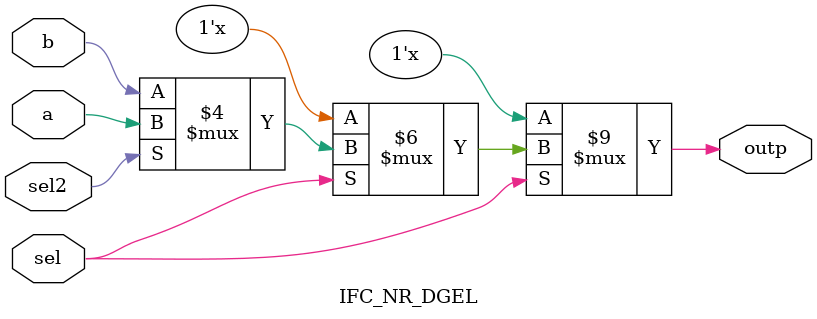
<source format=v>
module IFC_NR_DGEL (a, b, sel, sel2, outp);
   input a, b, sel, sel2;
   output outp;
   reg outp;
   always @(a or b or sel or sel2)
   begin
      if (sel)
      if (sel2)
      outp = a;
      else
      outp = b;
   end
endmodule

</source>
